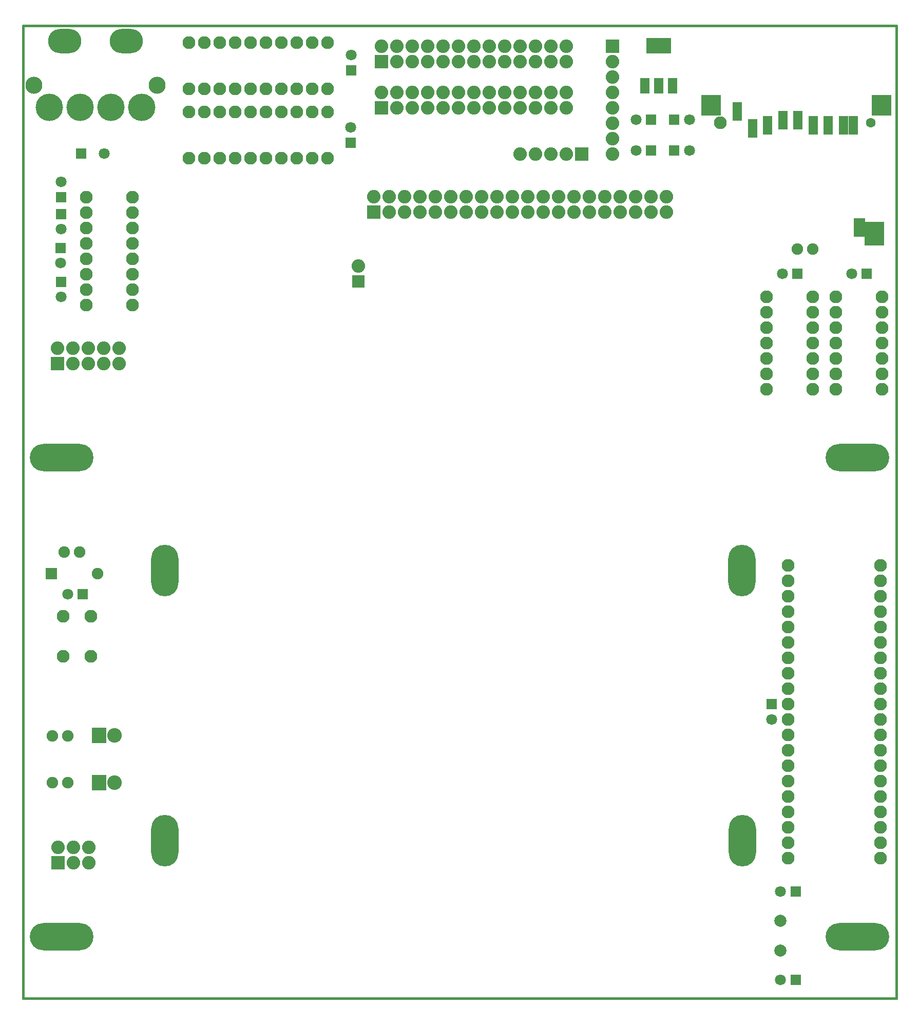
<source format=gts>
G04 #@! TF.FileFunction,Soldermask,Top*
%FSLAX46Y46*%
G04 Gerber Fmt 4.6, Leading zero omitted, Abs format (unit mm)*
G04 Created by KiCad (PCBNEW 4.0.1-stable) date 15.08.2016 21:33:18*
%MOMM*%
G01*
G04 APERTURE LIST*
%ADD10C,0.150000*%
%ADD11C,0.381000*%
%ADD12O,10.507980X4.508500*%
%ADD13O,2.108000X2.108000*%
%ADD14R,1.607820X3.157220*%
%ADD15R,1.508760X4.008120*%
%ADD16R,3.208020X3.507740*%
%ADD17R,1.907540X4.008120*%
%ADD18R,1.907540X3.007360*%
%ADD19C,2.108200*%
%ADD20C,1.607820*%
%ADD21R,2.235200X2.235200*%
%ADD22O,2.235200X2.235200*%
%ADD23R,1.808000X1.808000*%
%ADD24C,1.808000*%
%ADD25O,4.508500X8.509000*%
%ADD26R,2.032000X2.032000*%
%ADD27R,2.408000X2.508000*%
%ADD28C,2.408000*%
%ADD29R,1.905000X1.905000*%
%ADD30C,1.905000*%
%ADD31C,4.508500*%
%ADD32C,2.809240*%
%ADD33O,5.509260X4.008120*%
%ADD34C,2.009140*%
%ADD35R,4.165600X2.540000*%
%ADD36R,1.524000X2.540000*%
G04 APERTURE END LIST*
D10*
D11*
X163619180Y-21351240D02*
X163619180Y-181749700D01*
X19618960Y-21351240D02*
X163619180Y-21351240D01*
X19618960Y-21358860D02*
X19618960Y-21351240D01*
X19618960Y-21369020D02*
X19618960Y-21358860D01*
X19618960Y-181749700D02*
X19618960Y-21369020D01*
X163619180Y-181749700D02*
X19618960Y-181749700D01*
D12*
X26009600Y-92560140D03*
X26009600Y-171549060D03*
X157226000Y-171551600D03*
X157226000Y-92557600D03*
D13*
X145800000Y-110360000D03*
X145800000Y-112900000D03*
X145800000Y-115440000D03*
X145800000Y-117980000D03*
X145800000Y-120520000D03*
X145800000Y-123060000D03*
X145800000Y-125600000D03*
X145800000Y-128140000D03*
X145800000Y-130680000D03*
X145800000Y-133220000D03*
X145800000Y-135760000D03*
X145800000Y-138300000D03*
X145800000Y-140840000D03*
X145800000Y-143380000D03*
X145800000Y-145920000D03*
X145800000Y-148460000D03*
X145800000Y-151000000D03*
X145800000Y-153540000D03*
X145800000Y-156080000D03*
X145800000Y-158620000D03*
X161040000Y-158620000D03*
X161040000Y-156080000D03*
X161040000Y-153540000D03*
X161040000Y-151000000D03*
X161040000Y-148460000D03*
X161040000Y-145920000D03*
X161040000Y-143380000D03*
X161040000Y-140840000D03*
X161040000Y-138300000D03*
X161040000Y-135760000D03*
X161040000Y-133220000D03*
X161040000Y-130680000D03*
X161040000Y-128140000D03*
X161040000Y-125600000D03*
X161040000Y-123060000D03*
X161040000Y-120520000D03*
X161040000Y-117980000D03*
X161040000Y-115440000D03*
X161040000Y-112900000D03*
X161040000Y-110360000D03*
X30060900Y-49669700D03*
X30060900Y-52209700D03*
X30060900Y-54749700D03*
X30060900Y-57289700D03*
X30060900Y-59829700D03*
X30060900Y-62369700D03*
X30060900Y-64909700D03*
X30060900Y-67449700D03*
X37680900Y-67449700D03*
X37680900Y-64909700D03*
X37680900Y-62369700D03*
X37680900Y-59829700D03*
X37680900Y-57289700D03*
X37680900Y-54749700D03*
X37680900Y-52209700D03*
X37680900Y-49669700D03*
D14*
X137419740Y-35485860D03*
X139919100Y-38284940D03*
X142421000Y-37784560D03*
X144920360Y-36984460D03*
X147419720Y-36984460D03*
X149919080Y-37784560D03*
X152420980Y-37784560D03*
X154920340Y-37784560D03*
X156545940Y-37784560D03*
D15*
X159169760Y-55620440D03*
D16*
X133071260Y-34520660D03*
D17*
X160719160Y-55620440D03*
D18*
X157569560Y-54619680D03*
D16*
X161168740Y-34520660D03*
D19*
X134620660Y-37370540D03*
D20*
X159421220Y-37370540D03*
D21*
X77470000Y-52070000D03*
D22*
X77470000Y-49530000D03*
X80010000Y-52070000D03*
X80010000Y-49530000D03*
X82550000Y-52070000D03*
X82550000Y-49530000D03*
X85090000Y-52070000D03*
X85090000Y-49530000D03*
X87630000Y-52070000D03*
X87630000Y-49530000D03*
X90170000Y-52070000D03*
X90170000Y-49530000D03*
X92710000Y-52070000D03*
X92710000Y-49530000D03*
X95250000Y-52070000D03*
X95250000Y-49530000D03*
X97790000Y-52070000D03*
X97790000Y-49530000D03*
X100330000Y-52070000D03*
X100330000Y-49530000D03*
X102870000Y-52070000D03*
X102870000Y-49530000D03*
X105410000Y-52070000D03*
X105410000Y-49530000D03*
X107950000Y-52070000D03*
X107950000Y-49530000D03*
X110490000Y-52070000D03*
X110490000Y-49530000D03*
X113030000Y-52070000D03*
X113030000Y-49530000D03*
X115570000Y-52070000D03*
X115570000Y-49530000D03*
X118110000Y-52070000D03*
X118110000Y-49530000D03*
X120650000Y-52070000D03*
X120650000Y-49530000D03*
X123190000Y-52070000D03*
X123190000Y-49530000D03*
X125730000Y-52070000D03*
X125730000Y-49530000D03*
D13*
X142240000Y-66040000D03*
X142240000Y-68580000D03*
X142240000Y-71120000D03*
X142240000Y-73660000D03*
X142240000Y-76200000D03*
X142240000Y-78740000D03*
X142240000Y-81280000D03*
X149860000Y-81280000D03*
X149860000Y-78740000D03*
X149860000Y-76200000D03*
X149860000Y-73660000D03*
X149860000Y-71120000D03*
X149860000Y-68580000D03*
X149860000Y-66040000D03*
D21*
X116840000Y-24765000D03*
D22*
X116840000Y-27305000D03*
X116840000Y-29845000D03*
X116840000Y-32385000D03*
X116840000Y-34925000D03*
X116840000Y-37465000D03*
X116840000Y-40005000D03*
X116840000Y-42545000D03*
D21*
X111760000Y-42545000D03*
D22*
X109220000Y-42545000D03*
X106680000Y-42545000D03*
X104140000Y-42545000D03*
X101600000Y-42545000D03*
D21*
X25400000Y-159385000D03*
D22*
X25400000Y-156845000D03*
X27940000Y-159385000D03*
X27940000Y-156845000D03*
X30480000Y-159385000D03*
X30480000Y-156845000D03*
D21*
X78740000Y-34925000D03*
D22*
X78740000Y-32385000D03*
X81280000Y-34925000D03*
X81280000Y-32385000D03*
X83820000Y-34925000D03*
X83820000Y-32385000D03*
X86360000Y-34925000D03*
X86360000Y-32385000D03*
X88900000Y-34925000D03*
X88900000Y-32385000D03*
X91440000Y-34925000D03*
X91440000Y-32385000D03*
X93980000Y-34925000D03*
X93980000Y-32385000D03*
X96520000Y-34925000D03*
X96520000Y-32385000D03*
X99060000Y-34925000D03*
X99060000Y-32385000D03*
X101600000Y-34925000D03*
X101600000Y-32385000D03*
X104140000Y-34925000D03*
X104140000Y-32385000D03*
X106680000Y-34925000D03*
X106680000Y-32385000D03*
X109220000Y-34925000D03*
X109220000Y-32385000D03*
D21*
X78740000Y-27305000D03*
D22*
X78740000Y-24765000D03*
X81280000Y-27305000D03*
X81280000Y-24765000D03*
X83820000Y-27305000D03*
X83820000Y-24765000D03*
X86360000Y-27305000D03*
X86360000Y-24765000D03*
X88900000Y-27305000D03*
X88900000Y-24765000D03*
X91440000Y-27305000D03*
X91440000Y-24765000D03*
X93980000Y-27305000D03*
X93980000Y-24765000D03*
X96520000Y-27305000D03*
X96520000Y-24765000D03*
X99060000Y-27305000D03*
X99060000Y-24765000D03*
X101600000Y-27305000D03*
X101600000Y-24765000D03*
X104140000Y-27305000D03*
X104140000Y-24765000D03*
X106680000Y-27305000D03*
X106680000Y-24765000D03*
X109220000Y-27305000D03*
X109220000Y-24765000D03*
D23*
X73660000Y-40640000D03*
D24*
X73660000Y-38140000D03*
D13*
X69850000Y-24130000D03*
X67310000Y-24130000D03*
X64770000Y-24130000D03*
X62230000Y-24130000D03*
X59690000Y-24130000D03*
X57150000Y-24130000D03*
X54610000Y-24130000D03*
X52070000Y-24130000D03*
X49530000Y-24130000D03*
X46990000Y-24130000D03*
X46990000Y-31750000D03*
X49530000Y-31750000D03*
X52070000Y-31750000D03*
X54610000Y-31750000D03*
X57150000Y-31750000D03*
X59690000Y-31750000D03*
X62230000Y-31750000D03*
X64770000Y-31750000D03*
X67310000Y-31750000D03*
X69850000Y-31750000D03*
D23*
X25880000Y-49630000D03*
D24*
X25880000Y-47130000D03*
D19*
X30815280Y-125326140D03*
X26243280Y-125326140D03*
X30815280Y-118722140D03*
X26243280Y-118722140D03*
D25*
X43027600Y-111201200D03*
X43027600Y-155702000D03*
X138125200Y-111201200D03*
X138226800Y-155702000D03*
D26*
X74930000Y-63500000D03*
D22*
X74930000Y-60960000D03*
D23*
X29464000Y-115112800D03*
D24*
X26964000Y-115112800D03*
D23*
X147320000Y-62230000D03*
D24*
X144820000Y-62230000D03*
D23*
X73700000Y-28710000D03*
D24*
X73700000Y-26210000D03*
D23*
X123190000Y-41910000D03*
D24*
X120690000Y-41910000D03*
D23*
X147015200Y-178638200D03*
D24*
X144515200Y-178638200D03*
D23*
X127000000Y-41910000D03*
D24*
X129500000Y-41910000D03*
D23*
X147010120Y-164104320D03*
D24*
X144510120Y-164104320D03*
D21*
X25295860Y-77038200D03*
D22*
X25295860Y-74498200D03*
X27835860Y-77038200D03*
X27835860Y-74498200D03*
X30375860Y-77038200D03*
X30375860Y-74498200D03*
X32915860Y-77038200D03*
X32915860Y-74498200D03*
X35455860Y-77038200D03*
X35455860Y-74498200D03*
D27*
X32179260Y-146151600D03*
D28*
X34719260Y-146151600D03*
D27*
X32125920Y-138419840D03*
D28*
X34665920Y-138419840D03*
D29*
X24320500Y-111671100D03*
D30*
X31940500Y-111671100D03*
D31*
X29009340Y-34790380D03*
X34089340Y-34790380D03*
X39169340Y-34790380D03*
X23929340Y-34790380D03*
D32*
X41709340Y-31173420D03*
X21389340Y-31173420D03*
D33*
X36629340Y-23931880D03*
X26469340Y-23931880D03*
D34*
X144526000Y-173814740D03*
X144526000Y-168932860D03*
D30*
X26969720Y-146149060D03*
X24429720Y-146149060D03*
X26969720Y-138424920D03*
X24429720Y-138424920D03*
X28973780Y-108122720D03*
X26433780Y-108122720D03*
D23*
X127000000Y-36830000D03*
D24*
X129500000Y-36830000D03*
D23*
X123190000Y-36830000D03*
D24*
X120690000Y-36830000D03*
D23*
X25850000Y-58010000D03*
D24*
X25850000Y-60510000D03*
D23*
X25870000Y-52430000D03*
D24*
X25870000Y-54930000D03*
D23*
X25890000Y-63600000D03*
D24*
X25890000Y-66100000D03*
D23*
X158750000Y-62230000D03*
D24*
X156250000Y-62230000D03*
D23*
X143090000Y-133220000D03*
D24*
X143090000Y-135720000D03*
D13*
X153670000Y-66040000D03*
X153670000Y-68580000D03*
X153670000Y-71120000D03*
X153670000Y-73660000D03*
X153670000Y-76200000D03*
X153670000Y-78740000D03*
X153670000Y-81280000D03*
X161290000Y-81280000D03*
X161290000Y-78740000D03*
X161290000Y-76200000D03*
X161290000Y-73660000D03*
X161290000Y-71120000D03*
X161290000Y-68580000D03*
X161290000Y-66040000D03*
X69850000Y-35560000D03*
X67310000Y-35560000D03*
X64770000Y-35560000D03*
X62230000Y-35560000D03*
X59690000Y-35560000D03*
X57150000Y-35560000D03*
X54610000Y-35560000D03*
X52070000Y-35560000D03*
X49530000Y-35560000D03*
X46990000Y-35560000D03*
X46990000Y-43180000D03*
X49530000Y-43180000D03*
X52070000Y-43180000D03*
X54610000Y-43180000D03*
X57150000Y-43180000D03*
X59690000Y-43180000D03*
X62230000Y-43180000D03*
X64770000Y-43180000D03*
X67310000Y-43180000D03*
X69850000Y-43180000D03*
D35*
X124460000Y-24638000D03*
D36*
X124460000Y-31242000D03*
X126746000Y-31242000D03*
X122174000Y-31242000D03*
D23*
X29200000Y-42450000D03*
D24*
X33000000Y-42450000D03*
D30*
X149850000Y-58180000D03*
X147310000Y-58180000D03*
M02*

</source>
